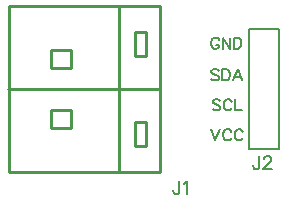
<source format=gto>
G04 Layer: TopSilkscreenLayer*
G04 EasyEDA v6.5.1, 2022-07-07 22:09:08*
G04 a67cddfb3fce44daa9051d46cbbcc19f,10*
G04 Gerber Generator version 0.2*
G04 Scale: 100 percent, Rotated: No, Reflected: No *
G04 Dimensions in millimeters *
G04 leading zeros omitted , absolute positions ,4 integer and 5 decimal *
%FSLAX45Y45*%
%MOMM*%

%ADD10C,0.2540*%
%ADD16C,0.2032*%
%ADD17C,0.2030*%
%ADD18C,0.1500*%
%ADD19C,0.1524*%

%LPD*%
D18*
X406400Y659637D02*
G01*
X442721Y564134D01*
X479044Y659637D02*
G01*
X442721Y564134D01*
X577342Y637031D02*
G01*
X572770Y646176D01*
X563626Y655065D01*
X554481Y659637D01*
X536447Y659637D01*
X527304Y655065D01*
X518160Y646176D01*
X513587Y637031D01*
X509015Y623315D01*
X509015Y600710D01*
X513587Y586994D01*
X518160Y577850D01*
X527304Y568705D01*
X536447Y564134D01*
X554481Y564134D01*
X563626Y568705D01*
X572770Y577850D01*
X577342Y586994D01*
X675386Y637031D02*
G01*
X671068Y646176D01*
X661923Y655065D01*
X652779Y659637D01*
X634492Y659637D01*
X625602Y655065D01*
X616457Y646176D01*
X611886Y637031D01*
X607313Y623315D01*
X607313Y600710D01*
X611886Y586994D01*
X616457Y577850D01*
X625602Y568705D01*
X634492Y564134D01*
X652779Y564134D01*
X661923Y568705D01*
X671068Y577850D01*
X675386Y586994D01*
X482854Y900176D02*
G01*
X473710Y909065D01*
X459994Y913637D01*
X441705Y913637D01*
X428244Y909065D01*
X419100Y900176D01*
X419100Y891031D01*
X423671Y881887D01*
X428244Y877315D01*
X437387Y872744D01*
X464565Y863600D01*
X473710Y859281D01*
X478281Y854710D01*
X482854Y845565D01*
X482854Y831850D01*
X473710Y822705D01*
X459994Y818134D01*
X441705Y818134D01*
X428244Y822705D01*
X419100Y831850D01*
X580897Y891031D02*
G01*
X576326Y900176D01*
X567181Y909065D01*
X558292Y913637D01*
X540004Y913637D01*
X530860Y909065D01*
X521715Y900176D01*
X517397Y891031D01*
X512826Y877315D01*
X512826Y854710D01*
X517397Y840994D01*
X521715Y831850D01*
X530860Y822705D01*
X540004Y818134D01*
X558292Y818134D01*
X567181Y822705D01*
X576326Y831850D01*
X580897Y840994D01*
X610870Y913637D02*
G01*
X610870Y818134D01*
X610870Y818134D02*
G01*
X665479Y818134D01*
X470154Y1154176D02*
G01*
X461010Y1163065D01*
X447294Y1167637D01*
X429005Y1167637D01*
X415544Y1163065D01*
X406400Y1154176D01*
X406400Y1145031D01*
X410971Y1135887D01*
X415544Y1131315D01*
X424687Y1126744D01*
X451865Y1117600D01*
X461010Y1113281D01*
X465581Y1108710D01*
X470154Y1099565D01*
X470154Y1085850D01*
X461010Y1076705D01*
X447294Y1072134D01*
X429005Y1072134D01*
X415544Y1076705D01*
X406400Y1085850D01*
X500126Y1167637D02*
G01*
X500126Y1072134D01*
X500126Y1167637D02*
G01*
X531876Y1167637D01*
X545592Y1163065D01*
X554481Y1154176D01*
X559054Y1145031D01*
X563626Y1131315D01*
X563626Y1108710D01*
X559054Y1094994D01*
X554481Y1085850D01*
X545592Y1076705D01*
X531876Y1072134D01*
X500126Y1072134D01*
X629920Y1167637D02*
G01*
X593597Y1072134D01*
X629920Y1167637D02*
G01*
X666495Y1072134D01*
X607313Y1104137D02*
G01*
X652779Y1104137D01*
X474471Y1411731D02*
G01*
X470154Y1420876D01*
X461010Y1429765D01*
X451865Y1434337D01*
X433578Y1434337D01*
X424687Y1429765D01*
X415544Y1420876D01*
X410971Y1411731D01*
X406400Y1398015D01*
X406400Y1375410D01*
X410971Y1361694D01*
X415544Y1352550D01*
X424687Y1343405D01*
X433578Y1338834D01*
X451865Y1338834D01*
X461010Y1343405D01*
X470154Y1352550D01*
X474471Y1361694D01*
X474471Y1375410D01*
X451865Y1375410D02*
G01*
X474471Y1375410D01*
X504697Y1434337D02*
G01*
X504697Y1338834D01*
X504697Y1434337D02*
G01*
X568197Y1338834D01*
X568197Y1434337D02*
G01*
X568197Y1338834D01*
X598170Y1434337D02*
G01*
X598170Y1338834D01*
X598170Y1434337D02*
G01*
X629920Y1434337D01*
X643636Y1429765D01*
X652779Y1420876D01*
X657352Y1411731D01*
X661923Y1398015D01*
X661923Y1375410D01*
X657352Y1361694D01*
X652779Y1352550D01*
X643636Y1343405D01*
X629920Y1338834D01*
X598170Y1338834D01*
D19*
X813170Y429516D02*
G01*
X813170Y346458D01*
X807836Y330710D01*
X802756Y325630D01*
X792342Y320550D01*
X781928Y320550D01*
X771514Y325630D01*
X766180Y330710D01*
X761100Y346458D01*
X761100Y356872D01*
X852540Y403608D02*
G01*
X852540Y408688D01*
X857620Y419102D01*
X862954Y424436D01*
X873368Y429516D01*
X894196Y429516D01*
X904610Y424436D01*
X909690Y419102D01*
X914770Y408688D01*
X914770Y398274D01*
X909690Y387860D01*
X899276Y372366D01*
X847460Y320550D01*
X920104Y320550D01*
X138569Y216915D02*
G01*
X138569Y133857D01*
X133235Y118110D01*
X128155Y113029D01*
X117741Y107950D01*
X107327Y107950D01*
X96913Y113029D01*
X91579Y118110D01*
X86499Y133857D01*
X86499Y144271D01*
X172859Y196087D02*
G01*
X183019Y201421D01*
X198767Y216915D01*
X198767Y107950D01*
D16*
X977000Y492000D02*
G01*
X723000Y492000D01*
X723000Y1508000D01*
X977000Y1508000D01*
X977000Y1317500D01*
D17*
X977000Y492000D02*
G01*
X977000Y1317500D01*
D10*
X-370700Y1698500D02*
G01*
X-370700Y301500D01*
X-40500Y1000000D02*
G01*
X-1310500Y1000000D01*
X-27812Y1699999D02*
G01*
X-27812Y300001D01*
X-1307820Y300001D01*
X-1307820Y1699999D01*
X-27812Y1699999D01*
X-148462Y1482600D02*
G01*
X-148462Y1279400D01*
X-237362Y1279400D01*
X-237362Y1482600D01*
X-148462Y1482600D01*
X-148462Y720600D02*
G01*
X-148462Y517400D01*
X-237362Y517400D01*
X-237362Y720600D01*
X-148462Y720600D01*
X-783437Y1330200D02*
G01*
X-783437Y1177800D01*
X-948537Y1177800D01*
X-948537Y1330200D01*
X-783437Y1330200D01*
X-783437Y822200D02*
G01*
X-783437Y669800D01*
X-948537Y669800D01*
X-948537Y822200D01*
X-783437Y822200D01*
M02*

</source>
